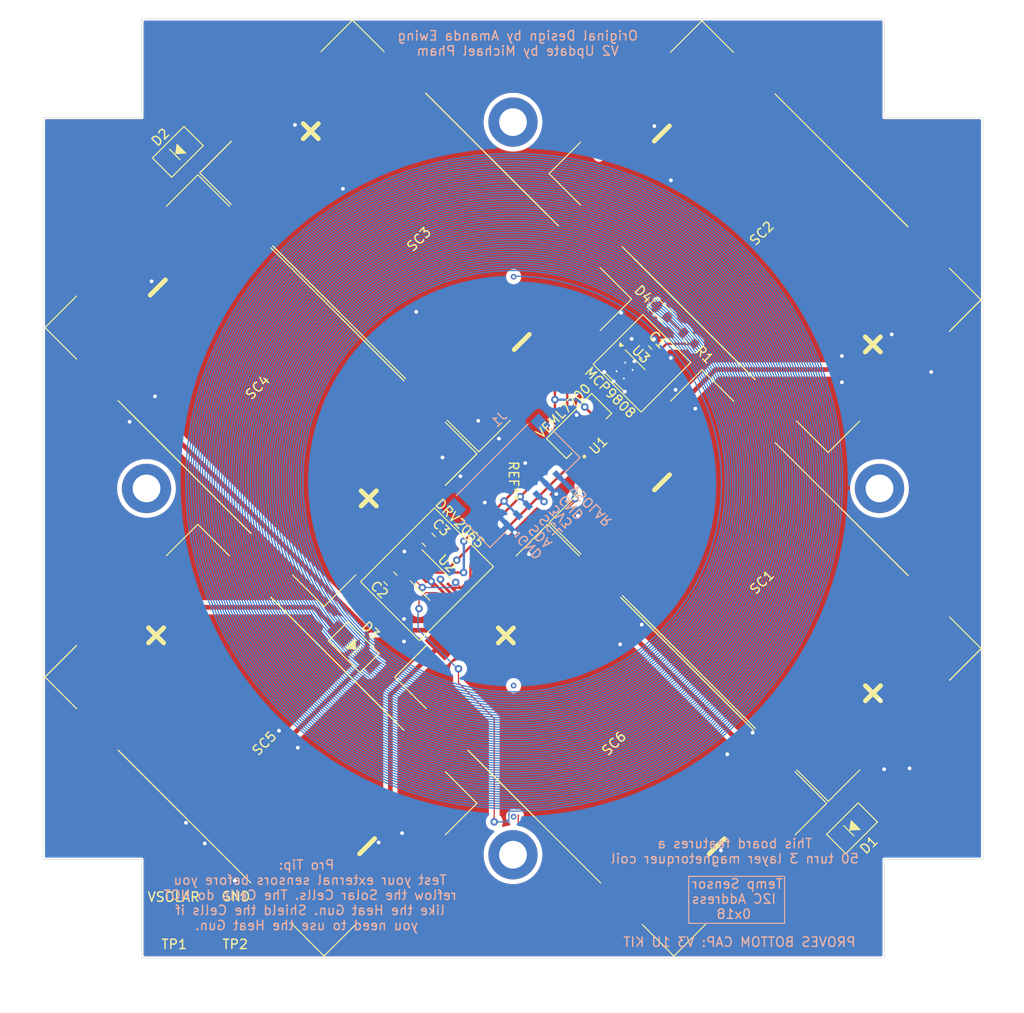
<source format=kicad_pcb>
(kicad_pcb (version 20241229) (generator "pcbnew") (generator_version "9.0")
  (title_block (title "YEARLING KIT -Z") (date "2023-03-27") (rev "3.1"))
  (layers (0 "F.Cu" signal) (4 "In1.Cu" signal) (6 "In2.Cu" signal) (2 "B.Cu" signal) (13 "F.Paste" user) (15 "B.Paste" user) (5 "F.SilkS" user "F.Silkscreen") (7 "B.SilkS" user "B.Silkscreen") (1 "F.Mask" user) (3 "B.Mask" user) (25 "Edge.Cuts" user))
  (net 0 "")
  (net 1 "GND")
  (net 2 "+3V3")
  (net 3 "VSOLAR")
  (net 4 "SDA")
  (net 5 "SCL")
  (net 6 "Net-(U2-REG)")
  (net 7 "Net-(D1-A)")
  (net 8 "Net-(D2-A)")
  (net 9 "Net-(D3-A)")
  (net 10 "Net-(D4-A)")
  (net 15 "Net-(SC1--)")
  (net 16 "Net-(SC3--)")
  (net 17 "Net-(SC5--)")
  (net 19 "Net-(U2-OUT+)")
  (footprint "SolarPanelBoards:MountingHoles" (layer "F.Cu") (at 110.5 85)
    (property "Reference" "J4" (at 0 0.5 0) (layer "F.SilkS"))
    (property "Value" "Conn_01x01")
    (pad "1" thru_hole circle (at 0 0) (size 5.25 5.25) (drill 2.95) (layers "*.Cu" "*.Mask"))
  )
  (footprint "SolarPanelBoards:MountingHoles" (layer "F.Cu") (at 141.75 124)
    (property "Reference" "J5" (at 7.62 0.03 0) (layer "F.SilkS"))
    (property "Value" "Conn_01x01")
    (pad "1" thru_hole circle (at 7.75 0) (size 5.25 5.25) (drill 2.95) (layers "*.Cu" "*.Mask"))
  )
  (footprint "SolarPanelBoards:MountingHoles" (layer "F.Cu") (at 157.25 46)
    (property "Reference" "J6" (at -7.82 -0.02 0) (layer "F.SilkS"))
    (property "Value" "Conn_01x01")
    (pad "1" thru_hole circle (at -7.75 0) (size 5.25 5.25) (drill 2.95) (layers "*.Cu" "*.Mask"))
  )
  (footprint "SolarPanelBoards:MountingHoles" (layer "F.Cu") (at 188.5 85)
    (property "Reference" "J7" (at 0 0.5 0) (layer "F.SilkS"))
    (property "Value" "Conn_01x01")
    (pad "1" thru_hole circle (at 0 0) (size 5.25 5.25) (drill 2.95) (layers "*.Cu" "*.Mask"))
  )
  (footprint "SolarPanelBoards:DO-214AC" (layer "F.Cu") (at 113.835786 49.164214 45)
    (property "Reference" "D2" (at -0.220315 -2.404163 45) (layer "F.SilkS"))
    (property "Value" "CDBA240LL-HF")
    (pad "1" smd rect (at -2.000001 0 45) (size 2.5 1.7) (layers "F.Cu" "F.Mask" "F.Paste") (net 3 "VSOLAR"))
    (pad "2" smd rect (at 2.000001 0 45) (size 2.5 1.7) (layers "F.Cu" "F.Mask" "F.Paste") (net 8 "Net-(D2-A)"))
  )
  (footprint "SolarPanelBoards:Test Pad" (layer "F.Cu") (at 113.41 130.95 90)
    (property "Reference" "TP1" (at -2.58 0.04 0) (layer "F.SilkS"))
    (property "Value" "TestPoint")
    (pad "1" smd roundrect (at 0 0 90) (size 3 3) (layers "F.Cu" "F.Mask" "F.Paste") (net 3 "VSOLAR"))
  )
  (footprint "LED_SMD:LED_0603_1608Metric" (layer "F.Cu") (at 165.353081 66.209651 -45)
    (property "Reference" "D4" (at -2.735 0.059999 135) (layer "F.SilkS"))
    (property "Value" "CQY99")
    (pad "1" smd roundrect (at -0.787501 0 315) (size 0.875 0.95) (layers "F.Cu" "F.Mask" "F.Paste") (net 1 "GND"))
    (pad "2" smd roundrect (at 0.787501 0 315) (size 0.875 0.95) (layers "F.Cu" "F.Mask" "F.Paste") (net 10 "Net-(D4-A)"))
  )
  (footprint "Capacitor_SMD:C_0805_2012Metric" (layer "F.Cu") (at 140.529949 90.476119 135)
    (property "Reference" "C3" (at 0 1.88 135) (layer "F.SilkS"))
    (property "Value" "1uF")
    (pad "1" smd roundrect (at -0.949999 0 135) (size 1 1.45) (layers "F.Cu" "F.Mask" "F.Paste") (net 6 "Net-(U2-REG)"))
    (pad "2" smd roundrect (at 0.949999 0 135) (size 1 1.45) (layers "F.Cu" "F.Mask" "F.Paste") (net 1 "GND"))
  )
  (footprint "SolarPanelBoards:KXOB101K08F-TR" (layer "F.Cu") (at 122.68 111.8 45)
    (property "Reference" "SC5" (at 0 0.499999 45) (layer "F.SilkS"))
    (property "Value" "SM101K07TF")
    (fp_text user "+" (at 0 -15.999999 45) (layer "F.SilkS") (effects (font (size 3 3) (thickness 0.5))))
    (fp_text user "-" (at 0 15.75 45) (layer "F.SilkS") (effects (font (size 3 3) (thickness 0.5))))
    (pad "1" smd rect (at 0 -20.000001 45) (size 13 3) (layers "F.Cu" "F.Mask" "F.Paste") (net 9 "Net-(D3-A)"))
    (pad "2" smd rect (at 0 20.000001 45) (size 13 3) (layers "F.Cu" "F.Mask" "F.Paste") (net 17 "Net-(SC5--)"))
  )
  (footprint "SolarPanelBoards:Test Pad" (layer "F.Cu") (at 119.89 130.92 90)
    (property "Reference" "TP2" (at -2.61 0.05 0) (layer "F.SilkS"))
    (property "Value" "TestPoint")
    (pad "1" smd roundrect (at 0 0 90) (size 3 3) (layers "F.Cu" "F.Mask" "F.Paste") (net 1 "GND"))
  )
  (footprint "SolarPanelBoards:KXOB101K08F-TR" (layer "F.Cu") (at 139.142136 58.122136 45)
    (property "Reference" "SC3" (at 0 0.499999 45) (layer "F.SilkS"))
    (property "Value" "SM101K07TF")
    (fp_text user "-" (at 0 15.75 45) (layer "F.SilkS") (effects (font (size 3 3) (thickness 0.5))))
    (fp_text user "+" (at 0 -15.999999 45) (layer "F.SilkS") (effects (font (size 3 3) (thickness 0.5))))
    (pad "1" smd rect (at 0 -20.000001 45) (size 13 3) (layers "F.Cu" "F.Mask" "F.Paste") (net 8 "Net-(D2-A)"))
    (pad "2" smd rect (at 0 20.000001 45) (size 13 3) (layers "F.Cu" "F.Mask" "F.Paste") (net 16 "Net-(SC3--)"))
  )
  (footprint "Resistor_SMD:R_0603_1608Metric" (layer "F.Cu") (at 168.216866 69.016866 135)
    (property "Reference" "R1" (at -2.39 -0.065 135) (layer "F.SilkS"))
    (property "Value" "1k")
    (pad "1" smd roundrect (at -0.825 0 135) (size 0.8 0.95) (layers "F.Cu" "F.Mask" "F.Paste") (net 2 "+3V3"))
    (pad "2" smd roundrect (at 0.825 0 135) (size 0.8 0.95) (layers "F.Cu" "F.Mask" "F.Paste") (net 10 "Net-(D4-A)"))
  )
  (footprint "dfsdf" (layer "F.Cu") (at 149.564 84.22578 -90)
    (property "Reference" "REF**" (at 0 0 270) (layer "F.SilkS"))
    (property "Value" "3Layer50Turn")
    (fp_line (start 35.127 0.5) (end 35.627 0.5) (stroke (width 0.127)) (layer "B.Cu"))
    (fp_line (start 35.127 0) (end 35.127 0.5) (stroke (width 0.127)) (layer "B.Cu"))
    (fp_arc (start -34.873 0) (mid 0.127 -35) (end 35.127 0) (stroke (width 0.127)) (layer "B.Cu"))
    (fp_arc (start -34.619 0) (mid 0.127 -34.746) (end 34.873 0) (stroke (width 0.127)) (layer "B.Cu"))
    (fp_arc (start -34.365 0) (mid 0.127 -34.492) (end 34.619 0) (stroke (width 0.127)) (layer "B.Cu"))
    (fp_arc (start -34.111 0) (mid 0.127 -34.238) (end 34.365 0) (stroke (width 0.127)) (layer "B.Cu"))
    (fp_arc (start -33.857 0) (mid 0.127 -33.984) (end 34.111 0) (stroke (width 0.127)) (layer "B.Cu"))
    (fp_arc (start -33.603 0) (mid 0.127 -33.73) (end 33.857 0) (stroke (width 0.127)) (layer "B.Cu"))
    (fp_arc (start -33.349 0) (mid 0.127 -33.476) (end 33.603 0) (stroke (width 0.127)) (layer "B.Cu"))
    (fp_arc (start -33.095 0) (mid 0.127 -33.222) (end 33.349 0) (stroke (width 0.127)) (layer "B.Cu"))
    (fp_arc (start -32.841 0) (mid 0.127 -32.968) (end 33.095 0) (stroke (width 0.127)) (layer "B.Cu"))
    (fp_arc (start -32.587 0) (mid 0.127 -32.714) (end 32.841 0) (stroke (width 0.127)) (layer "B.Cu"))
    (fp_arc (start -32.333 0) (mid 0.127 -32.46) (end 32.587 0) (stroke (width 0.127)) (layer "B.Cu"))
    (fp_arc (start -32.079 0) (mid 0.127 -32.206) (end 32.333 0) (stroke (width 0.127)) (layer "B.Cu"))
    (fp_arc (start -31.825 0) (mid 0.127 -31.952) (end 32.079 0) (stroke (width 0.127)) (layer "B.Cu"))
    (fp_arc (start -31.571 0) (mid 0.127 -31.698) (end 31.825 0) (stroke (width 0.127)) (layer "B.Cu"))
    (fp_arc (start -31.317 0) (mid 0.127 -31.444) (end 31.571 0) (stroke (width 0.127)) (layer "B.Cu"))
    (fp_arc (start -31.063 0) (mid 0.127 -31.19) (end 31.317 0) (stroke (width 0.127)) (layer "B.Cu"))
    (fp_arc (start -30.809 0) (mid 0.127 -30.936) (end 31.063 0) (stroke (width 0.127)) (layer "B.Cu"))
    (fp_arc (start -30.555 0) (mid 0.127 -30.682) (end 30.809 0) (stroke (width 0.127)) (layer "B.Cu"))
    (fp_arc (start -30.301 0) (mid 0.127 -30.428) (end 30.555 0) (stroke (width 0.127)) (layer "B.Cu"))
    (fp_arc (start -30.047 0) (mid 0.127 -30.174) (end 30.301 0) (stroke (width 0.127)) (layer "B.Cu"))
    (fp_arc (start -29.793 0) (mid 0.127 -29.92) (end 30.047 0) (stroke (width 0.127)) (layer "B.Cu"))
    (fp_arc (start -29.539 0) (mid 0.127 -29.666) (end 29.793 0) (stroke (width 0.127)) (layer "B.Cu"))
    (fp_arc (start -29.285 0) (mid 0.127 -29.412) (end 29.539 0) (stroke (width 0.127)) (layer "B.Cu"))
    (fp_arc (start -29.031 0) (mid 0.127 -29.158) (end 29.285 0) (stroke (width 0.127)) (layer "B.Cu"))
    (fp_arc (start -28.777 0) (mid 0.127 -28.904) (end 29.031 0) (stroke (width 0.127)) (layer "B.Cu"))
    (fp_arc (start -28.523 0) (mid 0.127 -28.65) (end 28.777 0) (stroke (width 0.127)) (layer "B.Cu"))
    (fp_arc (start -28.269 0) (mid 0.127 -28.396) (end 28.523 0) (stroke (width 0.127)) (layer "B.Cu"))
    (fp_arc (start -28.015 0) (mid 0.127 -28.142) (end 28.269 0) (stroke (width 0.127)) (layer "B.Cu"))
    (fp_arc (start -27.761 0) (mid 0.127 -27.888) (end 28.015 0) (stroke (width 0.127)) (layer "B.Cu"))
    (fp_arc (start -27.507 0) (mid 0.127 -27.634) (end 27.761 0) (stroke (width 0.127)) (layer "B.Cu"))
    (fp_arc (start -27.253 0) (mid 0.127 -27.38) (end 27.507 0) (stroke (width 0.127)) (layer "B.Cu"))
    (fp_arc (start -26.999 0) (mid 0.127 -27.126) (end 27.253 0) (stroke (width 0.127)) (layer "B.Cu"))
    (fp_arc (start -26.745 0) (mid 0.127 -26.872) (end 26.999 0) (stroke (width 0.127)) (layer "B.Cu"))
    (fp_arc (start -26.491 0) (mid 0.127 -26.618) (end 26.745 0) (stroke (width 0.127)) (layer "B.Cu"))
    (fp_arc (start -26.237 0) (mid 0.127 -26.364) (end 26.491 0) (stroke (width 0.127)) (layer "B.Cu"))
    (fp_arc (start -25.983 0) (mid 0.127 -26.11) (end 26.237 0) (stroke (width 0.127)) (layer "B.Cu"))
    (fp_arc (start -25.729 0) (mid 0.127 -25.856) (end 25.983 0) (stroke (width 0.127)) (layer "B.Cu"))
    (fp_arc (start -25.475 0) (mid 0.127 -25.602) (end 25.729 0) (stroke (width 0.127)) (layer "B.Cu"))
    (fp_arc (start -25.221 0) (mid 0.127 -25.348) (end 25.475 0) (stroke (width 0.127)) (layer "B.Cu"))
    (fp_arc (start -24.967 0) (mid 0.127 -25.094) (end 25.221 0) (stroke (width 0.127)) (layer "B.Cu"))
    (fp_arc (start -24.713 0) (mid 0.127 -24.84) (end 24.967 0) (stroke (width 0.127)) (layer "B.Cu"))
    (fp_arc (start -24.459 0) (mid 0.127 -24.586) (end 24.713 0) (stroke (width 0.127)) (layer "B.Cu"))
    (fp_arc (start -24.205 0) (mid 0.127 -24.332) (end 24.459 0) (stroke (width 0.127)) (layer "B.Cu"))
    (fp_arc (start -23.951 0) (mid 0.127 -24.078) (end 24.205 0) (stroke (width 0.127)) (layer "B.Cu"))
    (fp_arc (start -23.697 0) (mid 0.127 -23.824) (end 23.951 0) (stroke (width 0.127)) (layer "B.Cu"))
    (fp_arc (start -23.443 0) (mid 0.127 -23.57) (end 23.697 0) (stroke (width 0.127)) (layer "B.Cu"))
    (fp_arc (start -23.189 0) (mid 0.127 -23.316) (end 23.443 0) (stroke (width 0.127)) (layer "B.Cu"))
    (fp_arc (start -22.935 0) (mid 0.127 -23.062) (end 23.189 0) (stroke (width 0.127)) (layer "B.Cu"))
    (fp_arc (start -22.681 0) (mid 0.127 -22.808) (end 22.935 0) (stroke (width 0.127)) (layer "B.Cu"))
    (fp_arc (start -22.427 0) (mid 0.127 -22.554) (end 22.681 0) (stroke (width 0.127)) (layer "B.Cu"))
    (fp_arc (start -21.827 0) (mid 0.3 -22.129034) (end 22.427 0) (stroke (width 0.127)) (layer "B.Cu"))
    (fp_arc (start 22.427 0) (mid 0 22.427) (end -22.427 0) (stroke (width 0.127)) (layer "B.Cu"))
    (fp_arc (start 22.681 0) (mid 0 22.681) (end -22.681 0) (stroke (width 0.127)) (layer "B.Cu"))
    (fp_arc (start 22.935 0) (mid 0 22.935) (end -22.935 0) (stroke (width 0.127)) (layer "B.Cu"))
    (fp_arc (start 23.189 0) (mid 0 23.189) (end -23.189 0) (stroke (width 0.127)) (layer "B.Cu"))
    (fp_arc (start 23.443 0) (mid 0 23.443) (end -23.443 0) (stroke (width 0.127)) (layer "B.Cu"))
    (fp_arc (start 23.697 0) (mid 0 23.697) (end -23.697 0) (stroke (width 0.127)) (layer "B.Cu"))
    (fp_arc (start 23.951 0) (mid 0 23.951) (end -23.951 0) (stroke (width 0.127)) (layer "B.Cu"))
    (fp_arc (start 24.205 0) (mid 0 24.205) (end -24.205 0) (stroke (width 0.127)) (layer "B.Cu"))
    (fp_arc (start 24.459 0) (mid 0 24.459) (end -24.459 0) (stroke (width 0.127)) (layer "B.Cu"))
    (fp_arc (start 24.713 0) (mid 0 24.713) (end -24.713 0) (stroke (width 0.127)) (layer "B.Cu"))
    (fp_arc (start 24.967 0) (mid 0 24.967) (end -24.967 0) (stroke (width 0.127)) (layer "B.Cu"))
    (fp_arc (start 25.221 0) (mid 0 25.221) (end -25.221 0) (stroke (width 0.127)) (layer "B.Cu"))
    (fp_arc (start 25.475 0) (mid 0 25.475) (end -25.475 0) (stroke (width 0.127)) (layer "B.Cu"))
    (fp_arc (start 25.729 0) (mid 0 25.729) (end -25.729 0) (stroke (width 0.127)) (layer "B.Cu"))
    (fp_arc (start 25.983 0) (mid 0 25.983) (end -25.983 0) (stroke (width 0.127)) (layer "B.Cu"))
    (fp_arc (start 26.237 0) (mid 0 26.237) (end -26.237 0) (stroke (width 0.127)) (layer "B.Cu"))
    (fp_arc (start 26.491 0) (mid 0 26.491) (end -26.491 0) (stroke (width 0.127)) (layer "B.Cu"))
    (fp_arc (start 26.745 0) (mid 0 26.745) (end -26.745 0) (stroke (width 0.127)) (layer "B.Cu"))
    (fp_arc (start 26.999 0) (mid 0 26.999) (end -26.999 0) (stroke (width 0.127)) (layer "B.Cu"))
    (fp_arc (start 27.253 0) (mid 0 27.253) (end -27.253 0) (stroke (width 0.127)) (layer "B.Cu"))
    (fp_arc (start 27.507 0) (mid 0 27.507) (end -27.507 0) (stroke (width 0.127)) (layer "B.Cu"))
    (fp_arc (start 27.761 0) (mid 0 27.761) (end -27.761 0) (stroke (width 0.127)) (layer "B.Cu"))
    (fp_arc (start 28.015 0) (mid 0 28.015) (end -28.015 0) (stroke (width 0.127)) (layer "B.Cu"))
    (fp_arc (start 28.269 0) (mid 0 28.269) (end -28.269 0) (stroke (width 0.127)) (layer "B.Cu"))
    (fp_arc (start 28.523 0) (mid 0 28.523) (end -28.523 0) (stroke (width 0.127)) (layer "B.Cu"))
    (fp_arc (start 28.777 0) (mid 0 28.777) (end -28.777 0) (stroke (width 0.127)) (layer "B.Cu"))
    (fp_arc (start 29.031 0) (mid 0 29.031) (end -29.031 0) (stroke (width 0.127)) (layer "B.Cu"))
    (fp_arc (start 29.285 0) (mid 0 29.285) (end -29.285 0) (stroke (width 0.127)) (layer "B.Cu"))
    (fp_arc (start 29.539 0) (mid 0 29.539) (end -29.539 0) (stroke (width 0.127)) (layer "B.Cu"))
    (fp_arc (start 29.793 0) (mid 0 29.793) (end -29.793 0) (stroke (width 0.127)) (layer "B.Cu"))
    (fp_arc (start 30.047 0) (mid 0 30.047) (end -30.047 0) (stroke (width 0.127)) (layer "B.Cu"))
    (fp_arc (start 30.301 0) (mid 0 30.301) (end -30.301 0) (stroke (width 0.127)) (layer "B.Cu"))
    (fp_arc (start 30.555 0) (mid 0 30.555) (end -30.555 0) (stroke (width 0.127)) (layer "B.Cu"))
    (fp_arc (start 30.809 0) (mid 0 30.809) (end -30.809 0) (stroke (width 0.127)) (layer "B.Cu"))
    (fp_arc (start 31.063 0) (mid 0 31.063) (end -31.063 0) (stroke (width 0.127)) (layer "B.Cu"))
    (fp_arc (start 31.317 0) (mid 0 31.317) (end -31.317 0) (stroke (width 0.127)) (layer "B.Cu"))
    (fp_arc (start 31.571 0) (mid 0 31.571) (end -31.571 0) (stroke (width 0.127)) (layer "B.Cu"))
    (fp_arc (start 31.825 0) (mid 0 31.825) (end -31.825 0) (stroke (width 0.127)) (layer "B.Cu"))
    (fp_arc (start 32.079 0) (mid 0 32.079) (end -32.079 0) (stroke (width 0.127)) (layer "B.Cu"))
    (fp_arc (start 32.333 0) (mid 0 32.333) (end -32.333 0) (stroke (width 0.127)) (layer "B.Cu"))
    (fp_arc (start 32.587 0) (mid 0 32.587) (end -32.587 0) (stroke (width 0.127)) (layer "B.Cu"))
    (fp_arc (start 32.841 0) (mid 0 32.841) (end -32.841 0) (stroke (width 0.127)) (layer "B.Cu"))
    (fp_arc (start 33.095 0) (mid 0 33.095) (end -33.095 0) (stroke (width 0.127)) (layer "B.Cu"))
    (fp_arc (start 33.349 0) (mid 0 33.349) (end -33.349 0) (stroke (width 0.127)) (layer "B.Cu"))
    (fp_arc (start 33.603 0) (mid 0 33.603) (end -33.603 0) (stroke (width 0.127)) (layer "B.Cu"))
    (fp_arc (start 33.857 0) (mid 0 33.857) (end -33.857 0) (stroke (width 0.127)) (layer "B.Cu"))
    (fp_arc (start 34.111 0) (mid 0 34.111) (end -34.111 0) (stroke (width 0.127)) (layer "B.Cu"))
    (fp_arc (start 34.365 0) (mid 0 34.365) (end -34.365 0) (stroke (width 0.127)) (layer "B.Cu"))
    (fp_arc (start 34.619 0) (mid 0 34.619) (end -34.619 0) (stroke (width 0.127)) (layer "B.Cu"))
    (fp_arc (start 34.873 0) (mid 0 34.873) (end -34.873 0) (stroke (width 0.127)) (layer "B.Cu"))
    (pad "" thru_hole circle (at -21.763 0 270) (size 0.6 0.6) (drill 0.3) (layers "*.Cu" "*.Mask"))
    (pad "" thru_hole circle (at 21.763 0 270) (size 0.6 0.6) (drill 0.3) (layers "*.Cu" "*.Mask"))
    (pad "" thru_hole circle (at 35.727 0 270) (size 0.6 0.6) (drill 0.3) (layers "*.Cu" "*.Mask"))
    (pad "1" smd roundrect (at 35.977 -0.5 270) (size 1.016 0.127) (layers "F.Cu"))
    (pad "2" smd roundrect (at 35.977 0.5 270) (size 1.016 0.127) (layers "B.Cu"))
  )
  (footprint "Package_SO:MSOP-8-1EP_3x3mm_P0.65mm_EP1.5x1.8mm_ThermalVias" (layer "F.Cu") (at 161.370711 72.451472 -45)
    (property "Reference" "U3" (at 0 -2.450001 135) (layer "F.SilkS"))
    (property "Value" "MCP9808T-E/MS")
    (pad "1" smd roundrect (at -2.1125 -0.975 315) (size 1.575 0.4) (layers "F.Cu" "F.Mask" "F.Paste") (net 4 "SDA"))
    (pad "2" smd roundrect (at -2.1125 -0.325 315) (size 1.575 0.4) (layers "F.Cu" "F.Mask" "F.Paste") (net 5 "SCL"))
    (pad "3" smd roundrect (at -2.1125 0.325 315) (size 1.575 0.4) (layers "F.Cu" "F.Mask" "F.Paste"))
    (pad "4" smd roundrect (at -2.1125 0.975 315) (size 1.575 0.4) (layers "F.Cu" "F.Mask" "F.Paste") (net 1 "GND"))
    (pad "5" smd roundrect (at 2.1125 0.975 315) (size 1.575 0.4) (layers "F.Cu" "F.Mask" "F.Paste") (net 1 "GND"))
    (pad "6" smd roundrect (at 2.1125 0.325 315) (size 1.575 0.4) (layers "F.Cu" "F.Mask" "F.Paste") (net 1 "GND"))
    (pad "7" smd roundrect (at 2.1125 -0.325 315) (size 1.575 0.4) (layers "F.Cu" "F.Mask" "F.Paste") (net 1 "GND"))
    (pad "8" smd roundrect (at 2.1125 -0.975 315) (size 1.575 0.4) (layers "F.Cu" "F.Mask" "F.Paste") (net 2 "+3V3"))
    (pad "9" thru_hole circle (at -0.55 -0.65 315) (size 0.5 0.5) (drill 0.2) (property pad_prop_heatsink) (layers "*.Cu") (net 1 "GND"))
    (pad "9" thru_hole circle (at -0.55 0.65 315) (size 0.5 0.5) (drill 0.2) (property pad_prop_heatsink) (layers "*.Cu") (net 1 "GND"))
    (pad "9" smd rect (at 0 0 315) (size 1.5 1.8) (property pad_prop_heatsink) (layers "F.Cu" "F.Mask") (net 1 "GND"))
    (pad "9" smd rect (at 0 0 315) (size 1.6 1.8) (property pad_prop_heatsink) (layers "B.Cu"))
    (pad "9" thru_hole circle (at 0.55 -0.65 315) (size 0.5 0.5) (drill 0.2) (property pad_prop_heatsink) (layers "*.Cu") (net 1 "GND"))
    (pad "9" thru_hole circle (at 0.55 0.65 315) (size 0.5 0.5) (drill 0.2) (property pad_prop_heatsink) (layers "*.Cu") (net 1 "GND"))
  )
  (footprint "Capacitor_SMD:C_0805_2012Metric" (layer "F.Cu") (at 136.457014 94.591481 135)
    (property "Reference" "C2" (at 0 -1.679999 135) (layer "F.SilkS"))
    (property "Value" "1uF")
    (pad "1" smd roundrect (at -0.949999 0 135) (size 1 1.45) (layers "F.Cu" "F.Mask" "F.Paste") (net 2 "+3V3"))
    (pad "2" smd roundrect (at 0.949999 0 135) (size 1 1.45) (layers "F.Cu" "F.Mask" "F.Paste") (net 1 "GND"))
  )
  (footprint "Package_SO:VSSOP-10_3x3mm_P0.5mm" (layer "F.Cu") (at 140.742082 94.732902 -45)
    (property "Reference" "U2" (at 0 -2.450001 135) (layer "F.SilkS"))
    (property "Value" "DRV2605LDGS")
    (pad "1" smd roundrect (at -2.2 -1 315) (size 1.45 0.3) (layers "F.Cu" "F.Mask" "F.Paste") (net 6 "Net-(U2-REG)"))
    (pad "2" smd roundrect (at -2.2 -0.499999 315) (size 1.45 0.3) (layers "F.Cu" "F.Mask" "F.Paste") (net 5 "SCL"))
    (pad "3" smd roundrect (at -2.2 0 315) (size 1.45 0.3) (layers "F.Cu" "F.Mask" "F.Paste") (net 4 "SDA"))
    (pad "4" smd roundrect (at -2.2 0.499999 315) (size 1.45 0.3) (layers "F.Cu" "F.Mask" "F.Paste") (net 1 "GND"))
    (pad "5" smd roundrect (at -2.2 1 315) (size 1.45 0.3) (layers "F.Cu" "F.Mask" "F.Paste") (net 2 "+3V3"))
    (pad "6" smd roundrect (at 2.2 1 315) (size 1.45 0.3) (layers "F.Cu" "F.Mask" "F.Paste"))
    (pad "7" smd roundrect (at 2.2 0.499999 315) (size 1.45 0.3) (layers "F.Cu" "F.Mask" "F.Paste") (net 19 "Net-(U2-OUT+)"))
    (pad "8" smd roundrect (at 2.2 0 315) (size 1.45 0.3) (layers "F.Cu" "F.Mask" "F.Paste") (net 1 "GND"))
    (pad "9" smd roundrect (at 2.2 -0.499999 315) (size 1.45 0.3) (layers "F.Cu" "F.Mask" "F.Paste") (net 19 "Net-(U2-OUT+)"))
    (pad "10" smd roundrect (at 2.2 -1 315) (size 1.45 0.3) (layers "F.Cu" "F.Mask" "F.Paste") (net 2 "+3V3"))
  )
  (footprint "SolarPanelBoards:DO-214AC" (layer "F.Cu") (at 132.564214 101.904214 135)
    (property "Reference" "D3" (at 0 2.54 135) (layer "F.SilkS"))
    (property "Value" "CDBA240LL-HF")
    (pad "1" smd rect (at -2.000001 0 135) (size 2.5 1.7) (layers "F.Cu" "F.Mask" "F.Paste") (net 3 "VSOLAR"))
    (pad "2" smd rect (at 2.000001 0 135) (size 2.5 1.7) (layers "F.Cu" "F.Mask" "F.Paste") (net 9 "Net-(D3-A)"))
  )
  (footprint "Capacitor_SMD:C_0805_2012Metric" (layer "F.Cu") (at 163.568249 70.52369 135)
    (property "Reference" "C1" (at 0.02 1.89 315) (layer "F.SilkS"))
    (property "Value" "1uF")
    (pad "1" smd roundrect (at -0.949999 0 135) (size 1 1.45) (layers "F.Cu" "F.Mask" "F.Paste") (net 2 "+3V3"))
    (pad "2" smd roundrect (at 0.949999 0 135) (size 1 1.45) (layers "F.Cu" "F.Mask" "F.Paste") (net 1 "GND"))
  )
  (footprint "VEML7700-TT:XDCR_VEML7700-TT" (layer "F.Cu") (at 156.53 78.35 135)
    (property "Reference" "U1" (at -2.927422 -0.014142 225) (layer "F.SilkS"))
    (property "Value" "VEML7700")
    (pad "1" smd rect (at -0.900001 -1.905 135) (size 1.6 0.7) (layers "F.Cu" "F.Mask" "F.Paste") (net 5 "SCL"))
    (pad "2" smd rect (at -0.9 -0.635 135) (size 1.6 0.7) (layers "F.Cu" "F.Mask" "F.Paste") (net 2 "+3V3"))
    (pad "3" smd rect (at -0.9 0.635 135) (size 1.6 0.7) (layers "F.Cu" "F.Mask" "F.Paste") (net 1 "GND"))
    (pad "4" smd rect (at -0.900001 1.905 135) (size 1.6 0.7) (layers "F.Cu" "F.Mask" "F.Paste") (net 4 "SDA"))
  )
  (footprint "SolarPanelBoards:KXOB101K08F-TR" (layer "F.Cu") (at 122.682136 74.592136 -135)
    (property "Reference" "SC4" (at 0 0.499999 45) (layer "F.SilkS"))
    (property "Value" "SM101K07TF")
    (fp_text user "+" (at 0 -15.999999 45) (layer "F.SilkS") (effects (font (size 3 3) (thickness 0.5))))
    (fp_text user "-" (at 0 15.75 45) (layer "F.SilkS") (effects (font (size 3 3) (thickness 0.5))))
    (pad "1" smd rect (at 0 -20.000001 225) (size 13 3) (layers "F.Cu" "F.Mask" "F.Paste") (net 16 "Net-(SC3--)"))
    (pad "2" smd rect (at 0 20.000001 225) (size 13 3) (layers "F.Cu" "F.Mask" "F.Paste") (net 1 "GND"))
  )
  (footprint "SolarPanelBoards:KXOB101K08F-TR" (layer "F.Cu") (at 159.897864 111.807864 45)
    (property "Reference" "SC6" (at 0 0.499999 45) (layer "F.SilkS"))
    (property "Value" "SM101K07TF")
    (fp_text user "+" (at 0 -15.999999 45) (layer "F.SilkS") (effects (font (size 3 3) (thickness 0.5))))
    (fp_text user "-" (at 0 15.75 45) (layer "F.SilkS") (effects (font (size 3 3) (thickness 0.5))))
    (pad "1" smd rect (at 0 -20.000001 45) (size 13 3) (layers "F.Cu" "F.Mask" "F.Paste") (net 17 "Net-(SC5--)"))
    (pad "2" smd rect (at 0 20.000001 45) (size 13 3) (layers "F.Cu" "F.Mask" "F.Paste") (net 1 "GND"))
  )
  (footprint "SolarPanelBoards:KXOB101K08F-TR" (layer "F.Cu") (at 176.32 58.2 -135)
    (property "Reference" "SC2" (at 0 0.499999 45) (layer "F.SilkS"))
    (property "Value" "SM101K07TF")
    (fp_text user "+" (at 0 -15.999999 45) (layer "F.SilkS") (effects (font (size 3 3) (thickness 0.5))))
    (fp_text user "-" (at 0 15.75 45) (layer "F.SilkS") (effects (font (size 3 3) (thickness 0.5))))
    (pad "1" smd rect (at 0 -20.000001 225) (size 13 3) (layers "F.Cu" "F.Mask" "F.Paste") (net 15 "Net-(SC1--)"))
    (pad "2" smd rect (at 0 20.000001 225) (size 13 3) (layers "F.Cu" "F.Mask" "F.Paste") (net 1 "GND"))
  )
  (footprint "SolarPanelBoards:DO-214AC" (layer "F.Cu") (at 185.575786 121.174214 45)
    (property "Reference" "D1" (at 0 2.54 45) (layer "F.SilkS"))
    (property "Value" "CDBA240LL-HF")
    (pad "1" smd rect (at -2.000001 0 45) (size 2.5 1.7) (layers "F.Cu" "F.Mask" "F.Paste") (net 3 "VSOLAR"))
    (pad "2" smd rect (at 2.000001 0 45) (size 2.5 1.7) (layers "F.Cu" "F.Mask" "F.Paste") (net 7 "Net-(D1-A)"))
  )
  (footprint "SolarPanelBoards:KXOB101K08F-TR" (layer "F.Cu") (at 176.337864 95.337864 -135)
    (property "Reference" "SC1" (at 0 0.499999 45) (layer "F.SilkS"))
    (property "Value" "SM101K07TF")
    (fp_text user "-" (at 0 15.75 45) (layer "F.SilkS") (effects (font (size 3 3) (thickness 0.5))))
    (fp_text user "+" (at 0 -15.999999 45) (layer "F.SilkS") (effects (font (size 3 3) (thickness 0.5))))
    (pad "1" smd rect (at 0 -20.000001 225) (size 13 3) (layers "F.Cu" "F.Mask" "F.Paste") (net 7 "Net-(D1-A)"))
    (pad "2" smd rect (at 0 20.000001 225) (size 13 3) (layers "F.Cu" "F.Mask" "F.Paste") (net 15 "Net-(SC1--)"))
  )
  (footprint "Molex 6 pos:MOLEX_5040500691" (layer "B.Cu") (at 149.564 84.22578 -135)
    (property "Reference" "J1" (at -3.575 5.765 45) (layer "B.SilkS") (effects (justify mirror)))
    (property "Value" "FC Connection")
    (pad "1" smd rect (at 3.75 -2.87 225) (size 0.6 1) (layers "B.Cu" "B.Paste") (net 1 "GND"))
    (pad "2" smd rect (at 2.25 -2.87 225) (size 0.6 1) (layers "B.Cu" "B.Paste") (net 4 "SDA"))
    (pad "3" smd rect (at 0.750001 -2.87 225) (size 0.6 1) (layers "B.Cu" "B.Paste") (net 5 "SCL"))
    (pad "4" smd rect (at -0.750001 -2.87 225) (size 0.6 1) (layers "B.Cu" "B.Paste") (net 2 "+3V3"))
    (pad "5" smd rect (at -2.25 -2.87 225) (size 0.6 1) (layers "B.Cu" "B.Paste") (net 1 "GND"))
    (pad "6" smd rect (at -3.75 -2.87 225) (size 0.6 1) (layers "B.Cu" "B.Paste") (net 3 "VSOLAR"))
    (pad "S1" smd rect (at 6.355 2.32 225) (size 1.25 1.8) (layers "B.Cu" "B.Paste"))
    (pad "S2" smd rect (at -6.355 2.32 225) (size 1.25 1.8) (layers "B.Cu" "B.Paste"))
  )
  (gr_poly (pts (xy 163.324297 66.482575) (xy 168.422537 71.580815) (xy 163.126307 76.877045) (xy 158.028067 71.778805)) (stroke (width 0.12)) (fill no) (layer "F.SilkS"))
  (gr_poly (pts (xy 141.14865 87.064311) (xy 147.41717 93.33283) (xy 139.54 101.21) (xy 133.271481 94.941481)) (stroke (width 0.12)) (fill no) (layer "F.SilkS"))
  (gr_rect (start 168.2 126.3) (end 178.4 131.3) (stroke (width 0.12)) (fill no) (layer "B.SilkS"))
  (gr_line (start 189 135) (end 110 135) (stroke (width 0.05)) (layer "Edge.Cuts"))
  (gr_line (start 110 124.5) (end 99.5 124.5) (stroke (width 0.05)) (layer "Edge.Cuts"))
  (gr_line (start 110 45.5) (end 110 35) (stroke (width 0.05)) (layer "Edge.Cuts"))
  (gr_line (start 189 45.5) (end 199.5 45.5) (stroke (width 0.05)) (layer "Edge.Cuts"))
  (gr_line (start 99.5 124.5) (end 99.5 45.5) (stroke (width 0.05)) (layer "Edge.Cuts"))
  (gr_line (start 199.5 124.5) (end 189 124.5) (stroke (width 0.05)) (layer "Edge.Cuts"))
  (gr_line (start 110 35) (end 189 35) (stroke (width 0.05)) (layer "Edge.Cuts"))
  (gr_line (start 199.5 45.5) (end 199.5 124.5) (stroke (width 0.05)) (layer "Edge.Cuts"))
  (gr_line (start 189 124.5) (end 189 135) (stroke (width 0.05)) (layer "Edge.Cuts"))
  (gr_line (start 99.5 45.5) (end 110 45.5) (stroke (width 0.05)) (layer "Edge.Cuts"))
  (gr_line (start 189 35) (end 189 45.5) (stroke (width 0.05)) (layer "Edge.Cuts"))
  (gr_line (start 110 135) (end 110 124.5) (stroke (width 0.05)) (layer "Edge.Cuts"))
  (gr_text "GND" (at 120.01 128.45 0) (layer "F.SilkS") (effects (font (size 1 1))))
  (gr_text "VEML7700" (at 154.87 76.76 45) (layer "F.SilkS") (effects (font (size 1 1))))
  (gr_text "MCP9808" (at 159.84 74.8 315) (layer "F.SilkS") (effects (font (size 1 1))))
  (gr_text "DRV2065" (at 143.85 88.73 315) (layer "F.SilkS") (effects (font (size 1 1))))
  (gr_text "VSOLAR" (at 113.39 128.5 0) (layer "F.SilkS") (effects (font (size 1 1))))
  (gr_text "SCL" (at 153.5 89 135) (layer "B.SilkS") (effects (font (size 1 1)) (justify mirror)))
  (gr_text "VSOLAR" (at 157.8 86.8 135) (layer "B.SilkS") (effects (font (size 1 1)) (justify mirror)))
  (gr_text "GND" (at 155.7 87 135) (layer "B.SilkS") (effects (font (size 1 1)) (justify mirror)))
  (gr_text "3V3" (at 154.6 88 135) (layer "B.SilkS") (effects (font (size 1 1)) (justify mirror)))
  (gr_text "PROVES BOTTOM CAP: V3 1U KIT" (at 161.14 133.3 0) (layer "B.SilkS") (effects (font (size 1 1)) (justify right mirror)))
  (gr_text "Original Design by Amanda Ewing\nV2 Update by Michael Pham" (at 150 39 0) (layer "B.SilkS") (effects (font (size 1 1)) (justify bottom mirror)))
  (gr_text "This board features a\n50 turn 3 layer magnetorquer coil" (at 173.1 125 0) (layer "B.SilkS") (effects (font (size 1 1)) (justify bottom mirror)))
  (gr_text "GND" (at 151.3 91.2 135) (layer "B.SilkS") (effects (font (size 1 1)) (justify mirror)))
  (gr_text "Temp Sensor \nI2C Address\n0x18" (at 173 130.9 0) (layer "B.SilkS") (effects (font (size 1 1)) (justify bottom mirror)))
  (gr_text "Pro Tip:\nTest your external sensors before you \nreflow the Solar Cells. The Cells do NOT \nlike the Heat Gun. Shield the Cells if \nyou need to use the Heat Gun." (at 127.53 128.3 0) (layer "B.SilkS") (effects (font (size 1 1)) (justify mirror)))
  (gr_text "SDA" (at 152.4 90.1 135) (layer "B.SilkS") (effects (font (size 1 1)) (justify mirror)))
  (segment (start 140.944595 94.935415) (end 142.297717 96.288537) (width 0.25) (layer "F.Cu") (net 1))
  (segment (start 162.896498 70.983502) (end 162.42 71.46) (width 0.25) (layer "F.Cu") (net 1))
  (segment (start 162.219239 72.84038) (end 163.094284 73.715425) (width 0.127) (layer "F.Cu") (net 1))
  (segment (start 174.04 125.95) (end 171.63 123.54) (width 0.5) (layer "F.Cu") (net 1))
  (segment (start 160.286952 72.512997) (end 161.347612 72.512997) (width 0.25) (layer "F.Cu") (net 1))
  (segment (start 161.759619 73.3) (end 162.634664 74.175045) (width 0.127) (layer "F.Cu") (net 1))
  (segment (start 162.219239 72.380761) (end 162.219239 72.84038) (width 0.127) (layer "F.Cu") (net 1))
  (segment (start 162.177864 44.057864) (end 164.54 46.42) (width 0.5) (layer "F.Cu") (net 1))
  (segment (start 137.946283 91.716283) (end 137.984365 91.678201) (width 0.25) (layer "F.Cu") (net 1))
  (segment (start 161.36 72.52) (end 162.42 71.46) (width 0.25) (layer "F.Cu") (net 1))
  (segment (start 137.984365 91.678201) (end 139.858198 89.804368) (width 0.25) (layer "F.Cu") (net 1))
  (segment (start 138.832894 93.53082) (end 140.242074 94.94) (width 0.25) (layer "F.Cu") (net 1))
  (segment (start 161.28 72.52) (end 160.2 73.6) (width 0.25) (layer "F.Cu") (net 1))
  (segment (start 137.984365 92.710576) (end 137.984365 91.678201) (width 0.25) (layer "F.Cu") (net 1))
  (segment (start 140.246659 94.935415) (end 140.944595 94.935415) (width 0.25) (layer "F.Cu") (net 1))
  (segment (start 161.347612 73.573657) (end 161.347612 72.512997) (width 0.25) (layer "F.Cu") (net 1))
  (segment (start 119.89 130.92) (end 119.89 126.76) (width 0.5) (layer "F.Cu") (net 1))
  (segment (start 140.898517 94.889337) (end 140.802156 94.889337) (width 0.25) (layer "F.Cu") (net 1))
  (segment (start 162.634664 74.175045) (end 163.094284 73.715425) (width 0.127) (layer "F.Cu") (net 1))
  (segment (start 159.774975 72.025025) (end 159.2 72.6) (width 0.127) (layer "F.Cu") (net 1))
  (segment (start 161.842587 74.068632) (end 161.347612 73.573657) (width 0.25) (layer "F.Cu") (net 1))
  (segment (start 161.36 72.52) (end 161.28 72.52) (width 0.25) (layer "F.Cu") (net 1))
  (segment (start 108.54 60.45) (end 111.04 62.95) (width 0.5) (layer "F.Cu") (net 1))
  (segment (start 162.896498 69.851939) (end 162.896498 70.983502) (width 0.25) (layer "F.Cu") (net 1))
  (segment (start 157.615409 78.537383) (end 156.26 77.181974) (width 0.25) (layer "F.Cu") (net 1))
  (segment (start 159.791977 72.018022) (end 160.286952 72.512997) (width 0.25) (layer "F.Cu") (net 1))
  (segment (start 161.854975 74.075635) (end 161.854975 74.245025) (width 0.127) (layer "F.Cu") (net 1))
  (segment (start 140.242074 94.94) (end 140.246659 94.935415) (width 0.25) (layer "F.Cu") (net 1))
  (segment (start 135.785263 93.877303) (end 137.946283 91.716283) (width 0.25) (layer "F.Cu") (net 1))
  (segment (start 162.12228 69.07772) (end 162.644559 69.6) (width 0.25) (layer "F.Cu") (net 1))
  (segment (start 159.804365 72.025025) (end 159.774975 72.025025) (width 0.127) (layer "F.Cu") (net 1))
  (segment (start 161.854975 74.245025) (end 161.4 74.7) (width 0.127) (layer "F.Cu") (net 1))
  (segment (start 135.785263 93.91973) (end 135.785263 93.934737) (width 0.25) (layer "F.Cu") (net 1))
  (segment (start 142.297717 96.288537) (end 140.898517 94.889337) (width 0.25) (layer "F.Cu") (net 1))
  (segment (start 161.3 73.3) (end 161.759619 73.3) (width 0.127) (layer "F.Cu") (net 1))
  (segment (start 138.804609 93.53082) (end 137.984365 92.710576) (width 0.25) (layer "F.Cu") (net 1))
  (via (at 171.63 123.54) (size 0.8) (drill 0.4) (layers "F.Cu" "B.Cu") (net 1))
  (via (at 159.2 72.6) (size 0.8) (drill 0.4) (layers "F.Cu" "B.Cu") (net 1))
  (via (at 156.4 87.9) (size 0.8) (drill 0.4) (layers "F.Cu" "B.Cu") (net 1))
  (via (at 188.5 107.5) (size 0.8) (drill 0.4) (layers "F.Cu" "B.Cu") (net 1))
  (via (at 108.7 77.9) (size 0.8) (drill 0.4) (layers "F.Cu" "B.Cu") (net 1))
  (via (at 191.7 114.8) (size 0.8) (drill 0.4) (layers "F.Cu" "B.Cu") (net 1))
  (via (at 148 79.7) (size 0.8) (drill 0.4) (layers "F.Cu" "B.Cu") (net 1))
  (via (at 162.42 71.46) (size 0.8) (drill 0.4) (layers "F.Cu" "B.Cu") (net 1))
  (via (at 164.54 46.42) (size 0.8) (drill 0.4) (layers "F.Cu" "B.Cu") (net 1))
  (via (at 164.5 69.1) (size 0.8) (drill 0.4) (layers "F.Cu" "B.Cu") (net 1))
  (via (at 139.2 66.2) (size 0.8) (drill 0.4) (layers "F.Cu" "B.Cu") (net 1))
  (via (at 111.4 75.2) (size 0.8) (drill 0.4) (layers "F.Cu" "B.Cu") (net 1))
  (via (at 166.3 71.1) (size 0.8) (drill 0.4) (layers "F.Cu" "B.Cu") (net 1))
  (via (at 156.26 77.181974) (size 0.8) (drill 0.4) (layers "F.Cu" "B.Cu") (net 1))
  (via (at 161.4 74.7) (size 0.8) (drill 0.4) (layers "F.Cu" "B.Cu") (net 1))
  (via (at 160.9 101.6) (size 0.8) (drill 0.4) (layers "F.Cu" "B.Cu") (net 1))
  (via (at 194 72.6) (size 0.8) (drill 0.4) (layers "F.Cu" "B.Cu") (net 1))
  (via (at 135.2 122.7) (size 0.8) (drill 0.4) (layers "F.Cu" "B.Cu") (net 1))
  (via (at 142 81.7) (size 0.8) (drill 0.4) (layers "F.Cu" "B.Cu") (net 1))
  (via (at 184.5 73.7) (size 0.8) (drill 0.4) (layers "F.Cu" "B.Cu") (net 1))
  (via (at 189.8 68.6) (size 0.8) (drill 0.4) (layers "F.Cu" "B.Cu") (net 1))
  (via (at 168.9 76.5) (size 0.8) (drill 0.4) (layers "F.Cu" "B.Cu") (net 1))
  (via (at 160.2 73.6) (size 0.8) (drill 0.4) (layers "F.Cu" "B.Cu") (net 1))
  (via (at 146.5 86.5) (size 0.8) (drill 0.4) (layers "F.Cu" "B.Cu") (net 1))
  (via (at 126.6 112.6) (size 0.8) (drill 0.4) (layers "F.Cu" "B.Cu") (net 1))
  (via (at 137.946283 91.716283) (size 0.8) (drill 0.4) (layers "F.Cu" "B.Cu") (net 1))
  (via (at 114.7 120.6) (size 0.8) (drill 0.4) (layers "F.Cu" "B.Cu") (net 1))
  (via (at 151.2 92) (size 0.8) (drill 0.4) (layers "F.Cu" "B.Cu") (net 1))
  (via (at 150.8 82.3) (size 0.8) (drill 0.4) (layers "F.Cu" "B.Cu") (net 1))
  (via (at 111.04 62.95) (size 0.8) (drill 0.4) (layers "F.Cu" "B.Cu") (net 1))
  (via (at 145.8 77.8) (size 0.8) (drill 0.4) (layers "F.Cu" "B.Cu") (net 1))
  (via (at 166.8 74.5) (size 0.8) (drill 0.4) (layers "F.Cu" "B.Cu") (net 1))
  (via (at 175 111) (size 0.8) (drill 0.4) (layers "F.Cu" "B.Cu") (net 1))
  (via (at 137.9 101.3) (size 0.8) (drill 0.4) (layers "F.Cu" "B.Cu") (net 1))
  (via (at 137.9 98.9) (size 0.8) (drill 0.4) (layers "F.Cu" "B.Cu") (net 1))
  (via (at 189 114.9) (size 0.8) (drill 0.4) (layers "F.Cu" "B.Cu") (net 1))
  (via (at 162.12228 69.07772) (size 0.8) (drill 0.4) (layers "F.Cu" "B.Cu") (net 1))
  (via (at 116.7 122.8) (size 0.8) (drill 0.4) (layers "F.Cu" "B.Cu") (net 1))
  (via (at 140.802156 94.889337) (size 0.8) (drill 0.4) (layers "F.Cu" "B.Cu") (net 1))
  (via (at 143.9 83.7) (size 0.8) (drill 0.4) (layers "F.Cu" "B.Cu") (net 1))
  (via (at 126.3 46.3) (size 0.8) (drill 0.4) (layers "F.Cu" "B.Cu") (net 1))
  (via (at 137.7 121.7) (size 0.8) (drill 0.4) (layers "F.Cu" "B.Cu") (net 1))
  (via (at 119.89 126.76) (size 0.8) (drill 0.4) (layers "F.Cu" "B.Cu") (net 1))
  (via (at 166.3 52.2) (size 0.8) (drill 0.4) (layers "F.Cu" "B.Cu") (net 1))
  (via (at 184.5 70.9) (size 0.8) (drill 0.4) (layers "F.Cu" "B.Cu") (net 1))
  (via (at 124.6 110.8) (size 0.8) (drill 0.4) (layers "F.Cu" "B.Cu") (net 1))
  (via (at 161 66.3) (size 0.8) (drill 0.4) (layers "F.Cu" "B.Cu") (net 1))
  (via (at 154.1 85.6) (size 0.8) (drill 0.4) (layers "F.Cu" "B.Cu") (net 1))
  (via (at 163.2 99.5) (size 0.8) (drill 0.4) (layers "F.Cu" "B.Cu") (net 1))
  (via (at 131.4 53.1) (size 0.8) (drill 0.4) (layers "F.Cu" "B.Cu") (net 1))
  (via (at 149.7 89.7) (size 0.8) (drill 0.4) (layers "F.Cu" "B.Cu") (net 1))
  (via (at 172.3 113.3) (size 0.8) (drill 0.4) (layers "F.Cu" "B.Cu") (net 1))
  (segment (start 149.7 89.7) (end 151.2 91.2) (width 0.127) (layer "B.Cu") (net 1))
  (segment (start 148.941746 88.941746) (end 149.7 89.7) (width 0.127) (layer "B.Cu") (net 1))
  (segment (start 154.1 85.579799) (end 154.1 85.6) (width 0.127) (layer "B.Cu") (net 1))
  (segment (start 154.1 85.6) (end 156.4 87.9) (width 0.127) (layer "B.Cu") (net 1))
  (segment (start 151.2 91.2) (end 151.2 92) (width 0.127) (layer "B.Cu") (net 1))
  (segment (start 153.184387 84.664186) (end 150.820201 82.3) (width 0.127) (layer "B.Cu") (net 1))
  (segment (start 148.941746 88.906827) (end 148.941746 88.941746) (width 0.127) (layer "B.Cu") (net 1))
  (segment (start 146.534919 86.5) (end 146.5 86.5) (width 0.127) (layer "B.Cu") (net 1))
  (segment (start 150.820201 82.3) (end 150.8 82.3) (width 0.127) (layer "B.Cu") (net 1))
  (segment (start 148.941746 88.906827) (end 146.534919 86.5) (width 0.127) (layer "B.Cu") (net 1))
  (segment (start 153.184387 84.664186) (end 154.1 85.579799) (width 0.127) (layer "B.Cu") (net 1))
  (segment (start 152.8 86.2) (end 152.8 86.4) (width 0.25) (layer "F.Cu") (net 2))
  (segment (start 158.383342 80.001095) (end 164.07909 74.305347) (width 0.25) (layer "F.Cu") (net 2))
  (segment (start 165.835212 69.600229) (end 168.800229 69.600229) (width 0.25) (layer "F.Cu") (net 2))
  (segment (start 138.47934 94.177472) (end 139.854705 95.552837) (width 0.127) (layer "F.Cu") (net 2))
  (segment (start 168.76 69.6) (end 168.84 69.68) (width 0.25) (layer "F.Cu") (net 2))
  (segment (start 152.4 85.8) (end 152.8 86.2) (width 0.25) (layer "F.Cu") (net 2))
  (segment (start 163.553903 73.255806) (end 163.553903 71.881538) (width 0.25) (layer "F.Cu") (net 2))
  (segment (start 144.971 94.629) (end 144.971 93.129) (width 0.25) (layer "F.Cu") (net 2))
  (segment (start 144.971 94.629) (end 144.01857 95.58143) (width 0.25) (layer "F.Cu") (net 2))
  (segment (start 143.004824 95.58143) (end 143.004824 95.575176) (width 0.25) (layer "F.Cu") (net 2))
  (segment (start 143.004824 95.58143) (end 143.004824 95.594824) (width 0.25) (layer "F.Cu") (net 2))
  (segment (start 164.07909 73.780993) (end 163.553903 73.255806) (width 0.25) (layer "F.Cu") (net 2))
  (segment (start 157.6 80.001095) (end 157.283069 80.001095) (width 0.25) (layer "F.Cu") (net 2))
  (segment (start 164.24 71.195441) (end 165.835212 69.600229) (width 0.25) (layer "F.Cu") (net 2))
  (segment (start 143.9 95.58143) (end 143.004824 95.58143) (width 0.25) (layer "F.Cu") (net 2))
  (segment (start 143.9 95.5) (end 143.9 95.58143) (width 0.127) (layer "F.Cu") (net 2))
  (segment (start 144.01857 95.58143) (end 143.9 95.58143) (width 0.25) (layer "F.Cu") (net 2))
  (segment (start 137.128766 95.263232) (end 138.47934 93.912658) (width 0.25) (layer "F.Cu") (net 2))
  (segment (start 152.3 85.8) (end 157.6 80.5) (width 0.25) (layer "F.Cu") (net 2))
  (segment (start 143.004824 95.58143) (end 143.511697 96.088303) (width 0.25) (layer "F.Cu") (net 2))
  (segment (start 138.47934 93.884374) (end 138.47934 94.177472) (width 0.127) (layer "F.Cu") (net 2))
  (segment (start 163.553903 71.881538) (end 164.24 71.195441) (width 0.25) (layer "F.Cu") (net 2))
  (segment (start 164.07909 74.305347) (end 164.07909 73.780993) (width 0.25) (layer "F.Cu") (net 2))
  (segment (start 157.283069 80.001095) (end 156.717383 79.435409) (width 0.25) (layer "F.Cu") (net 2))
  (segment (start 137.128765 95.263232) (end 137.096768 95.263232) (width 0.25) (layer "F.Cu") (net 2))
  (segment (start 157.6 80.001095) (end 158.383342 80.001095) (width 0.25) (layer "F.Cu") (net 2))
  (segment (start 157.6 80.5) (end 157.6 80.001095) (width 0.25) (layer "F.Cu") (net 2))
  (segment (start 143.4 95) (end 143.9 95.5) (width 0.127) (layer "F.Cu") (net 2))
  (segment (start 144.971 93.129) (end 152.3 85.8) (width 0.25) (layer "F.Cu") (net 2))
  (segment (start 164.24 71.195441) (end 164.204559 71.195441) (width 0.25) (layer "F.Cu") (net 2))
  (segment (start 152.3 85.8) (end 152.4 85.8) (width 0.25) (layer "F.Cu") (net 2))
  (via (at 139.854705 95.552837) (size 0.8) (drill 0.4) (layers "F.Cu" "B.Cu") (net 2))
  (via (at 152.8 86.4) (size 0.8) (drill 0.4) (layers "F.Cu" "B.Cu") (net 2))
  (via (at 143.4 95) (size 0.8) (drill 0.4) (layers "F.Cu" "B.Cu") (net 2))
  (segment (start 142.847163 95.552837) (end 143.4 95) (width 0.127) (layer "B.Cu") (net 2))
  (segment (start 152.8 86.4) (end 152.798881 86.4) (width 0.25) (layer "B.Cu") (net 2))
  (segment (start 152.798881 86.4) (end 152.123727 85.724846) (width 0.25) (layer "B.Cu") (net 2))
  (segment (start 152.123727 85.724846) (end 152.124846 85.724846) (width 0.127) (layer "B.Cu") (net 2))
  (segment (start 139.854705 95.552837) (end 142.847163 95.552837) (width 0.127) (layer "B.Cu") (net 2))
  (segment (start 152.273144 90.7) (end 152.273144 89.926856) (width 0.5) (layer "F.Cu") (net 3))
  (segment (start 176.236572 114.663428) (end 152.273144 90.7) (width 0.5) (layer "F.Cu") (net 3))
  (segment (start 176.236572 114.663428) (end 184.161572 122.588428) (width 0.5) (layer "F.Cu") (net 3))
  (segment (start 133.978428 103.318428) (end 133.978428 100.1) (width 0.5) (layer "F.Cu") (net 3))
  (segment (start 101.6 67.6) (end 101.6 61.4) (width 0.5) (layer "F.Cu") (net 3))
  (segment (start 113.41 124.31) (end 113.41 123.99) (width 0.5) (layer "F.Cu") (net 3))
  (segment (start 133.978428 103.318428) (end 113.41 123.886856) (width 0.5) (layer "F.Cu") (net 3))
  (segment (start 101.6 61.4) (end 112.421572 50.578428) (width 0.5) (layer "F.Cu") (net 3))
  (segment (start 133.978428 100.1) (end 140.562326 100.1) (width 0.5) (layer "F.Cu") (net 3))
  (segment (start 113.41 130.95) (end 113.41 124.31) (width 0.5) (layer "F.Cu") (net 3))
  (segment (start 133.978428 100.1) (end 133.978428 99.978428) (width 0.5) (layer "F.Cu") (net 3))
  (segment (start 149.962326 90.7) (end 152.273144 90.7) (width 0.5) (layer "F.Cu") (net 3))
  (segment (start 140.562326 100.1) (end 149.962326 90.7) (width 0.5) (layer "F.Cu") (net 3))
  (segment (start 113.41 123.886856) (end 113.41 124.31) (width 0.5) (layer "F.Cu") (net 3))
  (segment (start 152.273144 89.926856) (end 156.1 86.1) (width 0.5) (layer "F.Cu") (net 3))
  (segment (start 133.978428 99.978428) (end 101.6 67.6) (width 0.5) (layer "F.Cu") (net 3))
  (segment (start 176.013144 114.44) (end 176.236572 114.663428) (width 0.5) (layer "F.Cu") (net 3))
  (via (at 156.1 86.1) (size 0.8) (drill 0.4) (layers "F.Cu" "B.Cu") (net 3))
  (segment (start 156.1 85.458479) (end 154.245047 83.603526) (width 0.5) (layer "B.Cu") (net 3))
  (segment (start 156.1 86.1) (end 156.1 85.458479) (width 0.5) (layer "B.Cu") (net 3))
  (segment (start 158.449358 77.639358) (end 157.14 76.33) (width 0.25) (layer "F.Cu") (net 4))
  (segment (start 153.961802 75.551802) (end 153.96 75.553604) (width 0.25) (layer "F.Cu") (net 4))
  (segment (start 153.96 75.553604) (end 153.96 80.93) (width 0.25) (layer "F.Cu") (net 4))
  (segment (start 153.96 80.93) (end 153.91 80.98) (width 0.25) (layer "F.Cu") (net 4))
  (segment (start 159.1 69.5) (end 159.798097 69.5) (width 0.25) (layer "F.Cu") (net 4))
  (segment (start 153.961802 74.638198) (end 159.1 69.5) (width 0.25) (layer "F.Cu") (net 4))
  (segment (start 159.798097 69.5) (end 160.566377 70.26828) (width 0.25) (layer "F.Cu") (net 4))
  (segment (start 139.96418 93.955) (end 144.245 93.955) (width 0.25) (layer "F.Cu") (net 4))
  (segment (start 158.513435 77.639358) (end 158.449358 77.639358) (width 0.25) (layer "F.Cu") (net 4))
  (segment (start 153.91 80.98) (end 148.545 86.345) (width 0.25) (layer "F.Cu") (net 4))
  (segment (start 144.27 90.62) (end 148.545 86.345) (width 0.25) (layer "F.Cu") (net 4))
  (segment (start 153.961802 75.551802) (end 153.961802 74.638198) (width 0.25) (layer "F.Cu") (net 4))
  (segment (start 139.186447 93.177267) (end 139.96418 93.955) (width 0.25) (layer "F.Cu") (net 4))
  (via (at 144.27 90.62) (size 0.8) (drill 0.4) (layers "F.Cu" "B.Cu") (net 4))
  (via (at 153.961802 75.551802) (size 0.8) (drill 0.4) (layers "F.Cu" "B.Cu") (net 4))
  (via (at 144.245 93.955) (size 0.8) (drill 0.4) (layers "F.Cu" "B.Cu") (net 4))
  (via (at 148.545 86.345) (size 0.8) (drill 0.4) (layers "F.Cu" "B.Cu") (net 4))
  (via (at 157.14 76.33) (size 0.8) (drill 0.4) (layers "F.Cu" "B.Cu") (net 4))
  (segment (start 148.545 86.345) (end 148.545 86.388761) (width 0.25) (layer "B.Cu") (net 4))
  (segment (start 144.27 93.93) (end 144.27 90.62) (width 0.25) (layer "B.Cu") (net 4))
  (segment (start 148.545 86.388761) (end 150.002406 87.846167) (width 0.25) (layer "B.Cu") (net 4))
  (segment (start 156.36 75.55) (end 153.97 75.55) (width 0.25) (layer "B.Cu") (net 4))
  (segment (start 144.245 93.955) (end 144.27 93.93) (width 0.25) (layer "B.Cu") (net 4))
  (segment (start 157.14 76.33) (end 156.36 75.55) (width 0.25) (layer "B.Cu") (net 4))
  (segment (start 159.035097 70.202713) (end 159.581572 70.202713) (width 0.25) (layer "F.Cu") (net 5))
  (segment (start 155.819358 80.333435) (end 150.276396 85.876396) (width 0.25) (layer "F.Cu") (net 5))
  (segment (start 155.275 79.895) (end 155.275 73.984929) (width 0.25) (layer "F.Cu") (net 5))
  (segment (start 159 70.23781) (end 159.035097 70.202713) (width 0.25) (layer "F.Cu") (net 5))
  (segment (start 139.54 92.823714) (end 140.099098 93.382812) (width 0.25) (layer "F.Cu") (net 5))
  (segment (start 143.511396 92.641396) (end 150.276396 85.876396) (width 0.25) (layer "F.Cu") (net 5))
  (segment (start 155.275 73.984929) (end 159 70.259929) (width 0.25) (layer "F.Cu") (net 5))
  (segment (start 159.581572 70.202713) (end 160.106758 70.727899) (width 0.25) (layer "F.Cu") (net 5))
  (segment (start 140.099098 93.382812) (end 142.769981 93.382812) (width 0.25) (layer "F.Cu") (net 5))
  (segment (start 142.769981 93.382812) (end 143.511396 92.641396) (width 0.25) (layer "F.Cu") (net 5))
  (segment (start 159 70.259929) (end 159 70.23781) (width 0.25) (layer "F.Cu") (net 5))
  (via (at 150.276396 85.876396) (size 0.8) (drill 0.4) (layers "F.Cu" "B.Cu") (net 5))
  (via (at 143.511396 92.641396) (size 0.8) (drill 0.4) (layers "F.Cu" "B.Cu") (net 5))
  (segment (start 150.276396 85.998837) (end 151.063066 86.785507) (width 0.25) (layer "B.Cu") (net 5))
  (segment (start 150.276396 85.876396) (end 150.276396 85.998837) (width 0.25) (layer "B.Cu") (net 5))
  (segment (start 139.893553 92.47016) (end 141.201701 91.162013) (width 0.25) (layer "F.Cu") (net 6))
  (segment (start 190.48 109.48) (end 190.48 116.27) (width 0.5) (layer "F.Cu") (net 7))
  (segment (start 190.48 116.27) (end 186.99 119.76) (width 0.5) (layer "F.Cu") (net 7))
  (segment (start 125 43.98) (end 119.02 43.98) (width 0.5) (layer "F.Cu") (net 8))
  (segment (start 119.02 43.98) (end 115.25 47.75) (width 0.5) (layer "F.Cu") (net 8))
  (segment (start 108.537864 97.657864) (end 128.317864 97.657864) (width 0.5) (layer "F.Cu") (net 9))
  (segment (start 128.317864 97.657864) (end 131.15 100.49) (width 0.5) (layer "F.Cu") (net 9))
  (segment (start 167.633502 68.433502) (end 165.966498 66.766498) (width 0.25) (layer "F.Cu") (net 10))
  (segment (start 190.462136 72.342136) (end 171.04932 72.342136) (width 0.5) (layer "F.Cu") (net 15))
  (segment (start 171.04932 72.342136) (end 162.195728 81.195728) (width 0.5) (layer "F.Cu") (net 15))
  (segment (start 136.824272 88.734272) (end 136.824272 88.724272) (width 0.5) (layer "F.Cu") (net 16))
  (segment (start 136.824272 88.724272) (end 153.284272 72.264272) (width 0.5) (layer "F.Cu") (net 16))
  (segment (start 136.443959 125.563959) (end 136.443959 106.986041) (width 0.5) (layer "F.Cu") (net 17))
  (segment (start 136.443959 106.986041) (end 145.755728 97.674272) (width 0.5) (layer "F.Cu") (net 17))
  (segment (start 145.755728 97.674272) (end 145.755728 97.665728) (width 0.5) (layer "F.Cu") (net 17))
  (segment (start 136.822136 125.942136) (end 136.443959 125.563959) (width 0.5) (layer "F.Cu") (net 17))
  (segment (start 147.5 109.5) (end 147.5 120.5) (width 0.127) (layer "F.Cu") (net 19))
  (segment (start 141 96.1) (end 141.402074 96.1) (width 0.127) (layer "F.Cu") (net 19))
  (segment (start 139.5 96.83) (end 140.23 96.1) (width 0.127) (layer "F.Cu") (net 19))
  (segment (start 143.7 104.2) (end 143.7 105.7) (width 0.127) (layer "F.Cu") (net 19))
  (segment (start 141.402074 96.1) (end 141.944164 96.64209) (width 0.127) (layer "F.Cu") (net 19))
  (segment (start 140.23 96.1) (end 141.1 96.1) (width 0.127) (layer "F.Cu") (net 19))
  (segment (start 142.65127 95.934984) (end 141.78 95.063714) (width 0.25) (layer "F.Cu") (net 19))
  (segment (start 143.7 105.7) (end 147.5 109.5) (width 0.127) (layer "F.Cu") (net 19))
  (segment (start 139.5 97.8) (end 139.5 96.83) (width 0.127) (layer "F.Cu") (net 19))
  (segment (start 141.78 95.063714) (end 141.78 94.68) (width 0.25) (layer "F.Cu") (net 19))
  (via (at 141.78 94.68) (size 0.8) (drill 0.4) (layers "F.Cu" "B.Cu") (net 19))
  (via (at 147.5 120.5) (size 0.8) (drill 0.4) (layers "F.Cu" "B.Cu") (net 19))
  (via (at 143.7 104.2) (size 0.8) (drill 0.4) (layers "F.Cu" "B.Cu") (net 19))
  (via (at 139.5 97.8) (size 0.8) (drill 0.4) (layers "F.Cu" "B.Cu") (net 19))
  (segment (start 139.4 97.9) (end 139.4 100) (width 0.127) (layer "B.Cu") (net 19))
  (segment (start 139.5 97.8) (end 139.4 97.9) (width 0.127) (layer "B.Cu") (net 19))
  (segment (start 149.064 120.20278) (end 148.76678 120.5) (width 0.127) (layer "B.Cu") (net 19))
  (segment (start 139.4 100) (end 143.6 104.2) (width 0.127) (layer "B.Cu") (net 19))
  (segment (start 148.76678 120.5) (end 147.5 120.5) (width 0.127) (layer "B.Cu") (net 19))
  (segment (start 143.6 104.2) (end 143.7 104.2) (width 0.127) (layer "B.Cu") (net 19))
  (zone (net 1) (net_name "GND") (layer "F.Cu") (connect_pads (clearance 0.508)) (min_thickness 0.254) (fill yes (thermal_gap 0.508) (thermal_bridge_width 0.508))
    (polygon (pts (xy 189 45.5) (xy 199.5 45.5) (xy 199.5 124.5) (xy 189 124.5) (xy 189 135) (xy 110 135) (xy 110 124.5) (xy 99.5 124.5) (xy 99.5 45.5) (xy 110 45.49) (xy 110 35) (xy 189 35)))
  )
  (zone (net 1) (net_name "GND") (layer "B.Cu") (connect_pads (clearance 0.508)) (min_thickness 0.254) (fill yes (thermal_gap 0.508) (thermal_bridge_width 0.508))
    (polygon (pts (xy 189 45.5) (xy 199.5 45.5) (xy 199.5 124.5) (xy 189 124.5) (xy 189 135) (xy 110 135) (xy 110 124.5) (xy 99.5 124.5) (xy 99.5 45.5) (xy 110.01 45.49) (xy 110 35) (xy 189 35)))
  )
  (zone (net 1) (net_name "GND") (layers "B.Cu" "In1.Cu") (connect_pads (clearance 0.508)) (min_thickness 0.254) (fill yes (thermal_gap 0.508) (thermal_bridge_width 0.508))
    (polygon (pts (xy 203.9 33.19) (xy 203.36 136.85) (xy 94.91 136.85) (xy 98.38 33)))
  )
)
</source>
